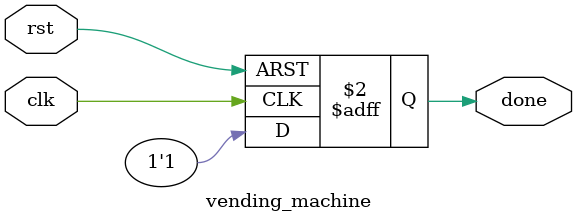
<source format=v>

module vending_machine(input clk, input rst, output reg done);
    always @(posedge clk or posedge rst) begin
        if (rst)
            done <= 0;
        else
            done <= 1;
    end
endmodule

</source>
